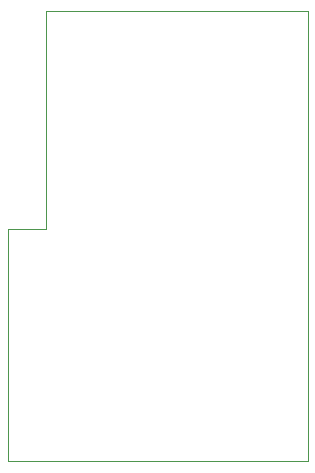
<source format=gbr>
G04 #@! TF.GenerationSoftware,KiCad,Pcbnew,5.1.5+dfsg1-2build2*
G04 #@! TF.CreationDate,2020-10-04T22:15:50+02:00*
G04 #@! TF.ProjectId,transistor_board,7472616e-7369-4737-946f-725f626f6172,rev?*
G04 #@! TF.SameCoordinates,Original*
G04 #@! TF.FileFunction,Profile,NP*
%FSLAX46Y46*%
G04 Gerber Fmt 4.6, Leading zero omitted, Abs format (unit mm)*
G04 Created by KiCad (PCBNEW 5.1.5+dfsg1-2build2) date 2020-10-04 22:15:50*
%MOMM*%
%LPD*%
G04 APERTURE LIST*
%ADD10C,0.050000*%
G04 APERTURE END LIST*
D10*
X113030000Y-115700000D02*
X113030000Y-135382000D01*
X116300000Y-115700000D02*
X116300000Y-97282000D01*
X113030000Y-115700000D02*
X116300000Y-115700000D01*
X138430000Y-135382000D02*
X113030000Y-135382000D01*
X138430000Y-97282000D02*
X138430000Y-135382000D01*
X116300000Y-97282000D02*
X138430000Y-97282000D01*
M02*

</source>
